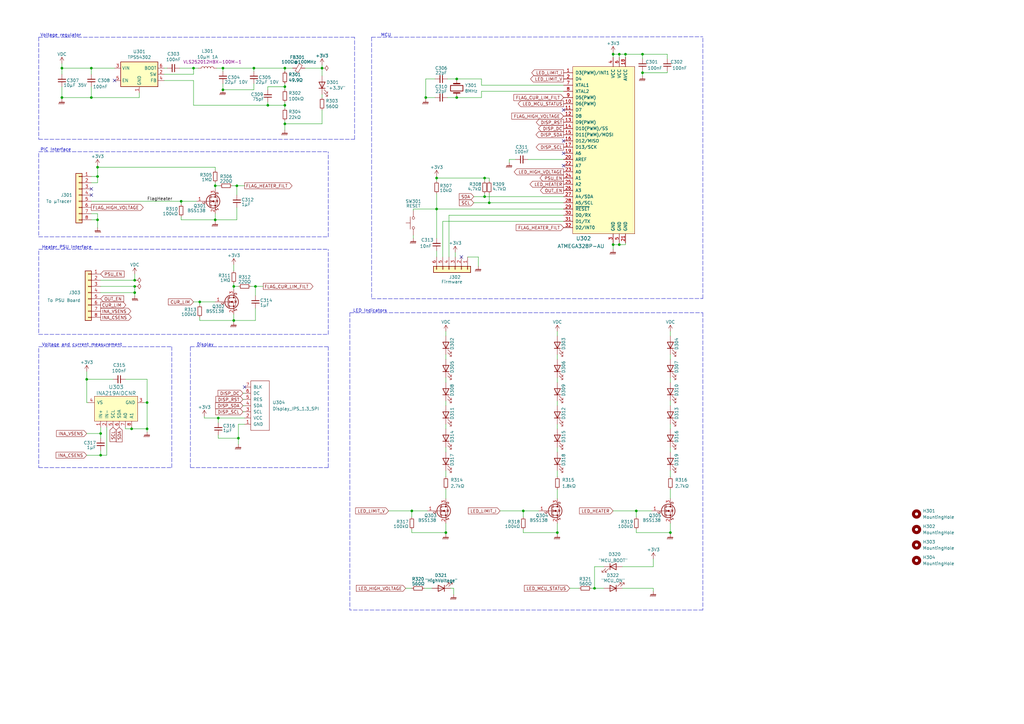
<source format=kicad_sch>
(kicad_sch (version 20211123) (generator eeschema)
  (paper "A3")
  (title_block (title "uTracer Heater - MCU Board") (date "2023-01-11") (company "Retronics - Bjørner Sandom"))
  (junction (at 74.295 82.55))
  (junction (at 260.985 209.55))
  (junction (at 251.46 100.33))
  (junction (at 179.07 85.725))
  (junction (at 91.44 27.94))
  (junction (at 256.54 22.225))
  (junction (at 214.63 209.55))
  (junction (at 116.84 43.18))
  (junction (at 41.275 177.8))
  (junction (at 97.79 179.705))
  (junction (at 91.44 36.83))
  (junction (at 40.005 72.39))
  (junction (at 41.275 186.69))
  (junction (at 81.915 123.825))
  (junction (at 88.265 90.17))
  (junction (at 182.88 218.44))
  (junction (at 89.535 171.45))
  (junction (at 55.245 117.475))
  (junction (at 97.155 76.2))
  (junction (at 116.84 50.8))
  (junction (at 40.005 90.17))
  (junction (at 251.46 22.225))
  (junction (at 116.84 35.56))
  (junction (at 95.885 131.445))
  (junction (at 40.005 68.58))
  (junction (at 274.955 218.44))
  (junction (at 187.325 40.005))
  (junction (at 95.885 117.475))
  (junction (at 55.245 114.935))
  (junction (at 104.14 27.94))
  (junction (at 254 100.33))
  (junction (at 37.465 40.005))
  (junction (at 25.4 27.94))
  (junction (at 179.07 73.025))
  (junction (at 200.66 83.185))
  (junction (at 132.08 27.94))
  (junction (at 198.755 80.645))
  (junction (at 168.91 209.55))
  (junction (at 174.625 40.005))
  (junction (at 254 22.225))
  (junction (at 263.525 22.225))
  (junction (at 60.325 175.895))
  (junction (at 53.975 175.895))
  (junction (at 25.4 40.005))
  (junction (at 198.755 73.025))
  (junction (at 104.775 117.475))
  (junction (at 116.84 27.94))
  (junction (at 35.56 155.575))
  (junction (at 109.855 43.18))
  (junction (at 60.325 165.1))
  (junction (at 37.465 27.94))
  (junction (at 79.375 27.94))
  (junction (at 228.6 218.44))
  (junction (at 88.265 76.2))
  (junction (at 263.525 29.845))
  (junction (at 187.325 32.385))
  (junction (at 55.245 120.015))
  (junction (at 243.84 241.3))
  (no_connect (at 189.23 105.41))
  (no_connect (at 231.14 62.865))
  (no_connect (at 231.14 57.785))
  (no_connect (at 231.14 67.945))
  (no_connect (at 37.465 80.01))
  (no_connect (at 46.99 33.02))
  (no_connect (at 37.465 77.47))
  (no_connect (at 231.14 45.085))
  (no_connect (at 100.33 158.75))
  (wire (pts (xy 109.855 43.18) (xy 79.375 43.18)))
  (wire (pts (xy 40.005 67.945) (xy 40.005 68.58)))
  (wire (pts (xy 168.91 209.55) (xy 175.26 209.55)))
  (wire (pts (xy 274.955 173.99) (xy 274.955 175.895)))
  (wire (pts (xy 25.4 40.005) (xy 25.4 40.64)))
  (wire (pts (xy 197.485 32.385) (xy 197.485 34.925)))
  (wire (pts (xy 182.88 193.04) (xy 182.88 195.58)))
  (wire (pts (xy 166.37 241.3) (xy 168.91 241.3)))
  (wire (pts (xy 274.955 218.44) (xy 274.955 219.075)))
  (wire (pts (xy 99.695 168.91) (xy 100.33 168.91)))
  (wire (pts (xy 182.88 154.94) (xy 182.88 156.845)))
  (wire (pts (xy 40.005 72.39) (xy 37.465 72.39)))
  (wire (pts (xy 116.84 27.94) (xy 104.14 27.94)))
  (wire (pts (xy 187.325 40.005) (xy 197.485 40.005)))
  (wire (pts (xy 88.265 76.2) (xy 88.265 77.47)))
  (wire (pts (xy 79.375 43.18) (xy 79.375 33.02)))
  (wire (pts (xy 97.79 179.705) (xy 97.79 173.99)))
  (wire (pts (xy 182.88 200.66) (xy 182.88 204.47)))
  (wire (pts (xy 169.545 86.36) (xy 169.545 85.725)))
  (wire (pts (xy 228.6 214.63) (xy 228.6 218.44)))
  (wire (pts (xy 200.66 79.375) (xy 200.66 83.185)))
  (wire (pts (xy 255.27 241.3) (xy 267.97 241.3)))
  (wire (pts (xy 53.975 175.26) (xy 53.975 175.895)))
  (polyline (pts (xy 15.875 102.87) (xy 15.875 137.16)))
  (wire (pts (xy 109.855 35.56) (xy 116.84 35.56)))
  (wire (pts (xy 169.545 85.725) (xy 179.07 85.725)))
  (wire (pts (xy 104.14 29.21) (xy 104.14 27.94)))
  (wire (pts (xy 104.775 117.475) (xy 107.95 117.475)))
  (polyline (pts (xy 134.62 97.155) (xy 134.62 62.23)))
  (wire (pts (xy 40.005 74.93) (xy 40.005 72.39)))
  (wire (pts (xy 168.91 212.09) (xy 168.91 209.55)))
  (wire (pts (xy 95.885 117.475) (xy 97.79 117.475)))
  (wire (pts (xy 125.095 27.94) (xy 132.08 27.94)))
  (wire (pts (xy 91.44 27.94) (xy 88.9 27.94)))
  (wire (pts (xy 95.885 108.585) (xy 95.885 111.125)))
  (wire (pts (xy 263.525 29.845) (xy 263.525 31.115)))
  (wire (pts (xy 228.6 218.44) (xy 228.6 219.075)))
  (wire (pts (xy 95.885 117.475) (xy 95.885 118.745)))
  (wire (pts (xy 88.265 76.2) (xy 90.17 76.2)))
  (wire (pts (xy 132.08 26.67) (xy 132.08 27.94)))
  (wire (pts (xy 273.685 29.845) (xy 273.685 29.21)))
  (wire (pts (xy 67.31 27.94) (xy 68.58 27.94)))
  (wire (pts (xy 260.985 218.44) (xy 274.955 218.44)))
  (wire (pts (xy 89.535 178.435) (xy 89.535 179.705)))
  (wire (pts (xy 191.77 105.41) (xy 196.215 105.41)))
  (wire (pts (xy 186.055 241.3) (xy 186.055 243.84)))
  (wire (pts (xy 40.005 87.63) (xy 40.005 90.17)))
  (wire (pts (xy 179.07 85.725) (xy 231.14 85.725)))
  (wire (pts (xy 182.88 214.63) (xy 182.88 218.44)))
  (wire (pts (xy 55.245 121.285) (xy 55.245 120.015)))
  (wire (pts (xy 174.625 40.64) (xy 174.625 40.005)))
  (wire (pts (xy 88.265 87.63) (xy 88.265 90.17)))
  (wire (pts (xy 88.265 74.93) (xy 88.265 76.2)))
  (polyline (pts (xy 70.485 191.77) (xy 70.485 142.24)))
  (wire (pts (xy 184.15 105.41) (xy 184.15 88.265)))
  (wire (pts (xy 59.055 165.1) (xy 60.325 165.1)))
  (wire (pts (xy 25.4 27.94) (xy 25.4 30.48)))
  (wire (pts (xy 40.005 93.345) (xy 40.005 90.17)))
  (wire (pts (xy 74.295 90.17) (xy 88.265 90.17)))
  (wire (pts (xy 74.295 88.9) (xy 74.295 90.17)))
  (wire (pts (xy 74.295 82.55) (xy 80.645 82.55)))
  (wire (pts (xy 243.84 232.41) (xy 247.65 232.41)))
  (polyline (pts (xy 143.51 128.27) (xy 288.29 128.27)))
  (polyline (pts (xy 15.875 97.155) (xy 134.62 97.155)))
  (wire (pts (xy 216.535 65.405) (xy 231.14 65.405)))
  (wire (pts (xy 263.525 29.845) (xy 273.685 29.845)))
  (wire (pts (xy 181.61 90.805) (xy 231.14 90.805)))
  (wire (pts (xy 55.245 114.935) (xy 41.275 114.935)))
  (wire (pts (xy 273.685 22.225) (xy 273.685 24.13)))
  (wire (pts (xy 102.87 117.475) (xy 104.775 117.475)))
  (wire (pts (xy 116.84 34.29) (xy 116.84 35.56)))
  (wire (pts (xy 89.535 171.45) (xy 89.535 173.355)))
  (wire (pts (xy 60.325 165.1) (xy 60.325 175.895)))
  (wire (pts (xy 132.08 27.94) (xy 132.08 31.115)))
  (wire (pts (xy 184.785 241.3) (xy 186.055 241.3)))
  (wire (pts (xy 89.535 171.45) (xy 100.33 171.45)))
  (wire (pts (xy 88.265 68.58) (xy 88.265 69.85)))
  (wire (pts (xy 228.6 183.515) (xy 228.6 185.42)))
  (wire (pts (xy 179.07 105.41) (xy 179.07 102.87)))
  (wire (pts (xy 95.885 128.905) (xy 95.885 131.445)))
  (polyline (pts (xy 288.29 250.19) (xy 143.51 250.19)))
  (polyline (pts (xy 134.62 137.16) (xy 134.62 102.235)))
  (wire (pts (xy 116.84 50.8) (xy 132.08 50.8)))
  (wire (pts (xy 37.465 30.48) (xy 37.465 27.94)))
  (wire (pts (xy 37.465 40.005) (xy 57.15 40.005)))
  (wire (pts (xy 37.465 74.93) (xy 40.005 74.93)))
  (wire (pts (xy 274.955 200.66) (xy 274.955 204.47)))
  (wire (pts (xy 97.155 76.2) (xy 100.33 76.2)))
  (wire (pts (xy 251.46 100.33) (xy 251.46 99.695)))
  (wire (pts (xy 37.465 82.55) (xy 74.295 82.55)))
  (wire (pts (xy 116.84 35.56) (xy 116.84 36.83)))
  (wire (pts (xy 174.625 32.385) (xy 178.435 32.385)))
  (wire (pts (xy 51.435 175.895) (xy 51.435 175.26)))
  (wire (pts (xy 256.54 99.695) (xy 256.54 100.33)))
  (wire (pts (xy 83.82 170.815) (xy 83.82 171.45)))
  (wire (pts (xy 89.535 179.705) (xy 97.79 179.705)))
  (wire (pts (xy 104.775 117.475) (xy 104.775 121.285)))
  (polyline (pts (xy 15.875 137.16) (xy 134.62 137.16)))
  (polyline (pts (xy 78.105 142.24) (xy 78.105 191.77)))
  (wire (pts (xy 81.915 123.825) (xy 88.265 123.825)))
  (wire (pts (xy 55.245 120.015) (xy 41.275 120.015)))
  (polyline (pts (xy 288.29 128.27) (xy 288.29 250.19)))
  (wire (pts (xy 79.375 30.48) (xy 79.375 27.94)))
  (wire (pts (xy 97.155 90.17) (xy 97.155 85.09)))
  (polyline (pts (xy 152.4 122.555) (xy 288.29 122.428)))
  (polyline (pts (xy 152.4 15.24) (xy 152.4 122.555)))
  (wire (pts (xy 256.54 22.225) (xy 256.54 23.495)))
  (polyline (pts (xy 15.875 142.875) (xy 15.875 191.77)))
  (wire (pts (xy 263.525 22.225) (xy 273.685 22.225)))
  (polyline (pts (xy 15.875 57.15) (xy 145.415 57.15)))
  (wire (pts (xy 182.88 173.99) (xy 182.88 175.895)))
  (wire (pts (xy 198.755 73.025) (xy 200.66 73.025)))
  (wire (pts (xy 182.88 145.415) (xy 182.88 147.32)))
  (wire (pts (xy 104.775 131.445) (xy 104.775 126.365)))
  (wire (pts (xy 35.56 186.69) (xy 41.275 186.69)))
  (wire (pts (xy 184.15 88.265) (xy 231.14 88.265)))
  (wire (pts (xy 97.155 76.2) (xy 97.155 80.01)))
  (polyline (pts (xy 15.875 15.24) (xy 145.415 15.24)))
  (wire (pts (xy 228.6 135.89) (xy 228.6 137.795)))
  (wire (pts (xy 116.84 43.18) (xy 116.84 44.45)))
  (wire (pts (xy 267.97 232.41) (xy 267.97 229.235)))
  (wire (pts (xy 109.855 36.83) (xy 109.855 35.56)))
  (wire (pts (xy 51.435 155.575) (xy 60.325 155.575)))
  (wire (pts (xy 233.68 241.3) (xy 237.49 241.3)))
  (wire (pts (xy 37.465 40.005) (xy 25.4 40.005)))
  (wire (pts (xy 274.955 154.94) (xy 274.955 156.845)))
  (wire (pts (xy 109.855 41.91) (xy 109.855 43.18)))
  (polyline (pts (xy 143.51 128.27) (xy 143.51 250.19)))
  (wire (pts (xy 260.985 217.17) (xy 260.985 218.44)))
  (polyline (pts (xy 152.4 15.24) (xy 288.29 15.113)))
  (wire (pts (xy 179.07 73.025) (xy 179.07 74.295)))
  (wire (pts (xy 95.25 76.2) (xy 97.155 76.2)))
  (wire (pts (xy 60.325 175.895) (xy 60.325 177.165)))
  (wire (pts (xy 228.6 193.04) (xy 228.6 195.58)))
  (wire (pts (xy 211.455 65.405) (xy 208.915 65.405)))
  (wire (pts (xy 37.465 27.94) (xy 25.4 27.94)))
  (wire (pts (xy 243.84 241.3) (xy 247.65 241.3)))
  (wire (pts (xy 196.215 105.41) (xy 196.215 109.22)))
  (wire (pts (xy 95.885 116.205) (xy 95.885 117.475)))
  (wire (pts (xy 169.545 96.52) (xy 169.545 97.79)))
  (wire (pts (xy 99.695 166.37) (xy 100.33 166.37)))
  (wire (pts (xy 40.005 68.58) (xy 40.005 72.39)))
  (wire (pts (xy 214.63 217.17) (xy 214.63 218.44)))
  (wire (pts (xy 256.54 100.33) (xy 254 100.33)))
  (wire (pts (xy 267.97 242.57) (xy 267.97 241.3)))
  (wire (pts (xy 168.91 218.44) (xy 182.88 218.44)))
  (wire (pts (xy 40.005 68.58) (xy 88.265 68.58)))
  (wire (pts (xy 88.265 90.17) (xy 97.155 90.17)))
  (polyline (pts (xy 15.875 15.24) (xy 15.875 57.15)))
  (wire (pts (xy 228.6 200.66) (xy 228.6 204.47)))
  (wire (pts (xy 179.07 73.025) (xy 198.755 73.025)))
  (wire (pts (xy 173.99 241.3) (xy 177.165 241.3)))
  (wire (pts (xy 228.6 154.94) (xy 228.6 156.845)))
  (wire (pts (xy 263.525 29.21) (xy 263.525 29.845)))
  (wire (pts (xy 46.355 155.575) (xy 35.56 155.575)))
  (wire (pts (xy 260.985 212.09) (xy 260.985 209.55)))
  (wire (pts (xy 116.84 27.94) (xy 120.015 27.94)))
  (wire (pts (xy 25.4 35.56) (xy 25.4 40.005)))
  (wire (pts (xy 159.385 209.55) (xy 168.91 209.55)))
  (wire (pts (xy 99.695 161.29) (xy 100.33 161.29)))
  (wire (pts (xy 91.44 36.83) (xy 91.44 34.29)))
  (wire (pts (xy 109.855 43.18) (xy 116.84 43.18)))
  (polyline (pts (xy 15.875 62.23) (xy 134.62 62.23)))
  (wire (pts (xy 214.63 209.55) (xy 220.98 209.55)))
  (wire (pts (xy 53.975 175.895) (xy 51.435 175.895)))
  (wire (pts (xy 104.14 27.94) (xy 91.44 27.94)))
  (wire (pts (xy 181.61 105.41) (xy 181.61 90.805)))
  (wire (pts (xy 41.275 177.8) (xy 41.275 175.26)))
  (polyline (pts (xy 15.875 102.235) (xy 134.62 102.235)))
  (wire (pts (xy 73.66 27.94) (xy 79.375 27.94)))
  (wire (pts (xy 260.985 209.55) (xy 267.335 209.55)))
  (wire (pts (xy 274.955 135.89) (xy 274.955 137.795)))
  (wire (pts (xy 41.275 186.69) (xy 43.815 186.69)))
  (wire (pts (xy 200.66 83.185) (xy 231.14 83.185)))
  (wire (pts (xy 274.955 145.415) (xy 274.955 147.32)))
  (wire (pts (xy 46.99 27.94) (xy 37.465 27.94)))
  (polyline (pts (xy 78.105 191.77) (xy 134.62 191.77)))
  (wire (pts (xy 55.245 112.395) (xy 55.245 114.935)))
  (wire (pts (xy 263.525 22.225) (xy 263.525 24.13)))
  (wire (pts (xy 198.755 80.645) (xy 231.14 80.645)))
  (wire (pts (xy 208.915 65.405) (xy 208.915 66.675)))
  (wire (pts (xy 83.82 171.45) (xy 89.535 171.45)))
  (wire (pts (xy 198.755 79.375) (xy 198.755 80.645)))
  (wire (pts (xy 53.975 175.895) (xy 60.325 175.895)))
  (wire (pts (xy 251.46 22.225) (xy 251.46 23.495)))
  (wire (pts (xy 57.15 40.005) (xy 57.15 38.1)))
  (wire (pts (xy 194.31 80.645) (xy 198.755 80.645)))
  (wire (pts (xy 88.265 90.17) (xy 88.265 90.805)))
  (wire (pts (xy 91.44 29.21) (xy 91.44 27.94)))
  (wire (pts (xy 95.885 131.445) (xy 95.885 132.08)))
  (wire (pts (xy 182.88 164.465) (xy 182.88 166.37)))
  (wire (pts (xy 228.6 145.415) (xy 228.6 147.32)))
  (wire (pts (xy 116.84 29.21) (xy 116.84 27.94)))
  (wire (pts (xy 274.955 183.515) (xy 274.955 185.42)))
  (wire (pts (xy 183.515 40.005) (xy 187.325 40.005)))
  (wire (pts (xy 274.955 193.04) (xy 274.955 195.58)))
  (wire (pts (xy 198.755 73.025) (xy 198.755 74.295)))
  (wire (pts (xy 254 99.695) (xy 254 100.33)))
  (wire (pts (xy 251.46 209.55) (xy 260.985 209.55)))
  (wire (pts (xy 116.84 50.8) (xy 116.84 53.34)))
  (wire (pts (xy 187.325 32.385) (xy 197.485 32.385)))
  (wire (pts (xy 116.84 49.53) (xy 116.84 50.8)))
  (wire (pts (xy 35.56 152.4) (xy 35.56 155.575)))
  (wire (pts (xy 55.245 117.475) (xy 41.275 117.475)))
  (wire (pts (xy 81.915 130.175) (xy 81.915 131.445)))
  (wire (pts (xy 25.4 26.035) (xy 25.4 27.94)))
  (wire (pts (xy 41.275 184.785) (xy 41.275 186.69)))
  (wire (pts (xy 174.625 40.005) (xy 174.625 32.385)))
  (wire (pts (xy 183.515 32.385) (xy 187.325 32.385)))
  (wire (pts (xy 81.915 123.825) (xy 81.915 125.095)))
  (wire (pts (xy 74.295 82.55) (xy 74.295 83.82)))
  (wire (pts (xy 179.07 97.79) (xy 179.07 85.725)))
  (wire (pts (xy 205.105 209.55) (xy 214.63 209.55)))
  (wire (pts (xy 256.54 22.225) (xy 263.525 22.225)))
  (wire (pts (xy 243.84 241.3) (xy 243.84 232.41)))
  (wire (pts (xy 132.08 38.735) (xy 132.08 40.005)))
  (wire (pts (xy 35.56 155.575) (xy 35.56 165.1)))
  (wire (pts (xy 228.6 164.465) (xy 228.6 166.37)))
  (wire (pts (xy 179.07 79.375) (xy 179.07 85.725)))
  (polyline (pts (xy 15.875 191.77) (xy 70.485 191.77)))
  (wire (pts (xy 79.375 27.94) (xy 81.28 27.94)))
  (wire (pts (xy 104.14 36.83) (xy 91.44 36.83)))
  (wire (pts (xy 178.435 40.005) (xy 174.625 40.005)))
  (wire (pts (xy 41.275 177.8) (xy 41.275 179.705)))
  (wire (pts (xy 254 22.225) (xy 254 23.495)))
  (wire (pts (xy 168.91 217.17) (xy 168.91 218.44)))
  (wire (pts (xy 81.915 131.445) (xy 95.885 131.445)))
  (wire (pts (xy 37.465 35.56) (xy 37.465 40.005)))
  (wire (pts (xy 97.79 182.245) (xy 97.79 179.705)))
  (wire (pts (xy 251.46 100.33) (xy 251.46 102.235)))
  (wire (pts (xy 194.31 83.185) (xy 200.66 83.185)))
  (wire (pts (xy 254 22.225) (xy 256.54 22.225)))
  (wire (pts (xy 251.46 22.225) (xy 254 22.225)))
  (wire (pts (xy 79.375 123.825) (xy 81.915 123.825)))
  (wire (pts (xy 214.63 218.44) (xy 228.6 218.44)))
  (wire (pts (xy 179.07 72.39) (xy 179.07 73.025)))
  (wire (pts (xy 97.79 173.99) (xy 100.33 173.99)))
  (wire (pts (xy 60.325 155.575) (xy 60.325 165.1)))
  (wire (pts (xy 251.46 21.59) (xy 251.46 22.225)))
  (wire (pts (xy 182.88 135.89) (xy 182.88 137.795)))
  (polyline (pts (xy 15.875 142.24) (xy 70.485 142.24)))
  (wire (pts (xy 274.955 214.63) (xy 274.955 218.44)))
  (wire (pts (xy 99.695 163.83) (xy 100.33 163.83)))
  (wire (pts (xy 37.465 87.63) (xy 40.005 87.63)))
  (wire (pts (xy 104.14 34.29) (xy 104.14 36.83)))
  (wire (pts (xy 40.005 90.17) (xy 37.465 90.17)))
  (wire (pts (xy 200.66 73.025) (xy 200.66 74.295)))
  (polyline (pts (xy 134.62 191.77) (xy 134.62 142.24)))
  (wire (pts (xy 95.885 131.445) (xy 104.775 131.445)))
  (wire (pts (xy 186.69 103.505) (xy 186.69 105.41)))
  (wire (pts (xy 197.485 34.925) (xy 231.14 34.925)))
  (wire (pts (xy 214.63 212.09) (xy 214.63 209.55)))
  (wire (pts (xy 79.375 33.02) (xy 67.31 33.02)))
  (wire (pts (xy 197.485 37.465) (xy 197.485 40.005)))
  (wire (pts (xy 274.955 164.465) (xy 274.955 166.37)))
  (wire (pts (xy 182.88 183.515) (xy 182.88 185.42)))
  (wire (pts (xy 242.57 241.3) (xy 243.84 241.3)))
  (wire (pts (xy 35.56 177.8) (xy 41.275 177.8)))
  (wire (pts (xy 43.815 175.26) (xy 43.815 186.69)))
  (polyline (pts (xy 78.105 142.24) (xy 134.62 142.24)))
  (wire (pts (xy 35.56 165.1) (xy 36.195 165.1)))
  (wire (pts (xy 255.27 232.41) (xy 267.97 232.41)))
  (wire (pts (xy 67.31 30.48) (xy 79.375 30.48)))
  (wire (pts (xy 116.84 41.91) (xy 116.84 43.18)))
  (polyline (pts (xy 15.875 62.865) (xy 15.875 97.155)))
  (wire (pts (xy 231.14 37.465) (xy 197.485 37.465)))
  (wire (pts (xy 182.88 218.44) (xy 182.88 219.075)))
  (wire (pts (xy 254 100.33) (xy 251.46 100.33)))
  (polyline (pts (xy 145.415 57.15) (xy 145.415 15.24)))
  (polyline (pts (xy 288.29 122.428) (xy 288.29 15.113)))
  (wire (pts (xy 228.6 173.99) (xy 228.6 175.895)))
  (wire (pts (xy 132.08 45.085) (xy 132.08 50.8)))
  (wire (pts (xy 55.245 117.475) (xy 55.245 120.015)))
  (text "Voltage regulator" (at 16.51 15.24 0) (effects (font (size 1.27 1.27)) (justify left bottom)))
  (text "Heater PSU Interface" (at 17.145 102.235 0) (effects (font (size 1.27 1.27)) (justify left bottom)))
  (text "Display" (at 80.645 142.24 0) (effects (font (size 1.27 1.27)) (justify left bottom)))
  (text "PIC Interface" (at 16.51 62.23 0) (effects (font (size 1.27 1.27)) (justify left bottom)))
  (text "LED Indicators" (at 144.78 128.27 0) (effects (font (size 1.27 1.27)) (justify left bottom)))
  (text "MCU" (at 156.21 15.24 0) (effects (font (size 1.27 1.27)) (justify left bottom)))
  (text "Voltage and current measurement" (at 17.145 142.24 0) (effects (font (size 1.27 1.27)) (justify left bottom)))
  (label "FlagHeater" (at 60.325 82.55 0))
  (global_label "LED_LIMIT_V" (shape input) (at 159.385 209.55 180) (property "Intersheet References" "${INTERSHEET_REFS}" (effects hide)))
  (global_label "FLAG_HEATER_FILT" (shape input) (at 231.14 93.345 180) (property "Intersheet References" "${INTERSHEET_REFS}" (effects hide)))
  (global_label "DISP_SDA" (shape output) (at 231.14 55.245 180) (property "Intersheet References" "${INTERSHEET_REFS}" (effects hide)))
  (global_label "INA_CSENS" (shape input) (at 35.56 186.69 180) (property "Intersheet References" "${INTERSHEET_REFS}" (effects hide)))
  (global_label "LED_LIMIT_I" (shape output) (at 231.14 29.845 180) (property "Intersheet References" "${INTERSHEET_REFS}" (effects hide)))
  (global_label "OUT_EN" (shape output) (at 231.14 78.105 180) (property "Intersheet References" "${INTERSHEET_REFS}" (effects hide)))
  (global_label "INA_CSENS" (shape output) (at 41.275 130.175 0) (property "Intersheet References" "${INTERSHEET_REFS}" (effects hide)))
  (global_label "OUT_EN" (shape input) (at 41.275 122.555 0) (property "Intersheet References" "${INTERSHEET_REFS}" (effects hide)))
  (global_label "LED_MCU_STATUS" (shape input) (at 233.68 241.3 180) (property "Intersheet References" "${INTERSHEET_REFS}" (effects hide)))
  (global_label "SDA" (shape input) (at 194.31 80.645 180) (property "Intersheet References" "${INTERSHEET_REFS}" (effects hide)))
  (global_label "DISP_SCL" (shape output) (at 231.14 60.325 180) (property "Intersheet References" "${INTERSHEET_REFS}" (effects hide)))
  (global_label "PSU_EN" (shape input) (at 41.275 112.395 0) (property "Intersheet References" "${INTERSHEET_REFS}" (effects hide)))
  (global_label "INA_VSENS" (shape output) (at 41.275 127.635 0) (property "Intersheet References" "${INTERSHEET_REFS}" (effects hide)))
  (global_label "LED_LIMIT_I" (shape input) (at 205.105 209.55 180) (property "Intersheet References" "${INTERSHEET_REFS}" (effects hide)))
  (global_label "DISP_SDA" (shape input) (at 99.695 166.37 180) (property "Intersheet References" "${INTERSHEET_REFS}" (effects hide)))
  (global_label "LED_HEATER" (shape output) (at 231.14 75.565 180) (property "Intersheet References" "${INTERSHEET_REFS}" (effects hide)))
  (global_label "FLAG_HEATER_FILT" (shape output) (at 100.33 76.2 0) (property "Intersheet References" "${INTERSHEET_REFS}" (effects hide)))
  (global_label "DISP_DC" (shape output) (at 231.14 52.705 180) (property "Intersheet References" "${INTERSHEET_REFS}" (effects hide)))
  (global_label "CUR_LIM" (shape output) (at 41.275 125.095 0) (property "Intersheet References" "${INTERSHEET_REFS}" (effects hide)))
  (global_label "LED_MCU_STATUS" (shape output) (at 231.14 42.545 180) (property "Intersheet References" "${INTERSHEET_REFS}" (effects hide)))
  (global_label "FLAG_CUR_LIM_FILT" (shape output) (at 107.95 117.475 0) (property "Intersheet References" "${INTERSHEET_REFS}" (effects hide)))
  (global_label "FLAG_CUR_LIM_FILT" (shape input) (at 231.14 40.005 180) (property "Intersheet References" "${INTERSHEET_REFS}" (effects hide)))
  (global_label "LED_HIGH_VOLTAGE" (shape output) (at 231.14 70.485 180) (property "Intersheet References" "${INTERSHEET_REFS}" (effects hide)))
  (global_label "FLAG_HIGH_VOLTAGE" (shape output) (at 37.465 85.09 0) (property "Intersheet References" "${INTERSHEET_REFS}" (effects hide)))
  (global_label "DISP_RST" (shape output) (at 231.14 50.165 180) (property "Intersheet References" "${INTERSHEET_REFS}" (effects hide)))
  (global_label "DISP_RST" (shape input) (at 99.695 163.83 180) (property "Intersheet References" "${INTERSHEET_REFS}" (effects hide)))
  (global_label "DISP_DC" (shape input) (at 99.695 161.29 180) (property "Intersheet References" "${INTERSHEET_REFS}" (effects hide)))
  (global_label "LED_HEATER" (shape input) (at 251.46 209.55 180) (property "Intersheet References" "${INTERSHEET_REFS}" (effects hide)))
  (global_label "PSU_EN" (shape output) (at 231.14 73.025 180) (property "Intersheet References" "${INTERSHEET_REFS}" (effects hide)))
  (global_label "CUR_LIM" (shape input) (at 79.375 123.825 180) (property "Intersheet References" "${INTERSHEET_REFS}" (effects hide)))
  (global_label "LED_HIGH_VOLTAGE" (shape input) (at 166.37 241.3 180) (property "Intersheet References" "${INTERSHEET_REFS}" (effects hide)))
  (global_label "FLAG_HIGH_VOLTAGE" (shape input) (at 231.14 47.625 180) (property "Intersheet References" "${INTERSHEET_REFS}" (effects hide)))
  (global_label "DISP_SCL" (shape input) (at 99.695 168.91 180) (property "Intersheet References" "${INTERSHEET_REFS}" (effects hide)))
  (global_label "SCL" (shape input) (at 194.31 83.185 180) (property "Intersheet References" "${INTERSHEET_REFS}" (effects hide)))
  (global_label "SCL" (shape input) (at 46.355 175.26 270) (property "Intersheet References" "${INTERSHEET_REFS}" (effects hide)))
  (global_label "SDA" (shape input) (at 48.895 175.26 270) (property "Intersheet References" "${INTERSHEET_REFS}" (effects hide)))
  (global_label "INA_VSENS" (shape input) (at 35.56 177.8 180) (property "Intersheet References" "${INTERSHEET_REFS}" (effects hide)))
  (global_label "LED_LIMIT_V" (shape output) (at 231.14 32.385 180) (property "Intersheet References" "${INTERSHEET_REFS}" (effects hide)))
  (symbol (lib_id "power:GNDPWR") (at 25.4 40.64 0) (unit 1)
    (property "Reference" "#PWR0306" (effects hide))
    (property "Value" "GNDPWR" (effects hide))
  )
  (symbol (lib_id "Device:C_Small") (at 41.275 182.245 180) (unit 1)
    (property "Reference" "C317" (at 34.29 181.61 0) (effects (justify right)))
    (property "Value" "1µF" (at 35.56 183.515 0) (effects (justify right)))
    (property "Footprint" "Capacitor_SMD:C_0603_1608Metric_Pad1.08x0.95mm_HandSolder" (effects hide))
  )
  (symbol (lib_id "Device:LED") (at 182.88 141.605 90) (unit 1)
    (property "Reference" "D302" (at 185.42 140.97 0))
    (property "Value" "\"Voltage limit\"" (effects hide))
    (property "Footprint" "LED_SMD:LED_0603_1608Metric_Pad1.05x0.95mm_HandSolder" (effects hide))
  )
  (symbol (lib_id "Device:R_Small") (at 88.265 72.39 0) (unit 1)
    (property "Reference" "R305" (at 86.995 71.755 0) (effects (justify right)))
    (property "Value" "1MΩ" (at 86.995 73.66 0) (effects (justify right)))
    (property "Footprint" "Resistor_SMD:R_0603_1608Metric_Pad0.98x0.95mm_HandSolder" (effects hide))
  )
  (symbol (lib_id "power:GNDPWR") (at 55.245 121.285 0) (mirror y) (unit 1)
    (property "Reference" "#PWR0320" (effects hide))
    (property "Value" "GNDPWR" (effects hide))
  )
  (symbol (lib_id "myDevices:BSS138") (at 93.345 123.825 0) (unit 1)
    (property "Reference" "Q302" (at 86.995 125.73 0) (effects (justify left)))
    (property "Value" "BSS138" (at 84.455 127.635 0) (effects (justify left)))
    (property "Footprint" "Package_TO_SOT_SMD:SOT-23" (effects hide))
    (property "Datasheet" "https://www.fairchildsemi.com/datasheets/BS/BSS138.pdf" (effects hide))
  )
  (symbol (lib_id "power:+3.3V") (at 179.07 72.39 0) (unit 1)
    (property "Reference" "#PWR0311" (effects hide))
    (property "Value" "+3.3V" (at 179.07 68.58 0))
  )
  (symbol (lib_id "Device:LED") (at 274.955 151.13 90) (unit 1)
    (property "Reference" "D307" (at 277.495 150.495 0))
    (property "Value" "\"Heater\"" (effects hide))
    (property "Footprint" "LED_SMD:LED_0603_1608Metric_Pad1.05x0.95mm_HandSolder" (effects hide))
  )
  (symbol (lib_id "Device:C_Small") (at 179.07 100.33 180) (unit 1)
    (property "Reference" "C313" (at 175.26 98.425 0))
    (property "Value" "10nF" (at 174.625 100.965 0))
    (property "Footprint" "Capacitor_SMD:C_0603_1608Metric_Pad1.08x0.95mm_HandSolder" (effects hide))
  )
  (symbol (lib_id "Device:LED") (at 182.88 179.705 90) (unit 1)
    (property "Reference" "D314" (at 185.42 179.07 0))
    (property "Value" "\"Voltage limit\"" (effects hide))
    (property "Footprint" "LED_SMD:LED_0603_1608Metric_Pad1.05x0.95mm_HandSolder" (effects hide))
  )
  (symbol (lib_id "Device:LED") (at 228.6 179.705 90) (unit 1)
    (property "Reference" "D315" (at 231.14 179.07 0))
    (property "Value" "\"Current limit\"" (effects hide))
    (property "Footprint" "LED_SMD:LED_0603_1608Metric_Pad1.05x0.95mm_HandSolder" (effects hide))
  )
  (symbol (lib_id "Device:C_Small") (at 37.465 33.02 180) (unit 1)
    (property "Reference" "C308" (at 40.005 33.02 0) (effects (justify right)))
    (property "Value" "100nF" (at 38.1 35.56 0) (effects (justify right)))
    (property "Footprint" "Capacitor_SMD:C_0603_1608Metric_Pad1.08x0.95mm_HandSolder" (effects hide))
  )
  (symbol (lib_id "Device:LED") (at 182.88 151.13 90) (unit 1)
    (property "Reference" "D305" (at 185.42 150.495 0))
    (property "Value" "\"Voltage limit\"" (effects hide))
    (property "Footprint" "LED_SMD:LED_0603_1608Metric_Pad1.05x0.95mm_HandSolder" (effects hide))
  )
  (symbol (lib_id "power:VDC") (at 274.955 135.89 0) (unit 1)
    (property "Reference" "#PWR0324" (effects hide))
    (property "Value" "VDC" (at 274.955 132.08 0))
  )
  (symbol (lib_id "power:VDC") (at 228.6 135.89 0) (unit 1)
    (property "Reference" "#PWR0323" (effects hide))
    (property "Value" "VDC" (at 228.6 132.08 0))
  )
  (symbol (lib_id "power:+3.3V") (at 83.82 170.815 0) (unit 1)
    (property "Reference" "#PWR0326" (effects hide))
    (property "Value" "+3.3V" (at 83.82 167.005 0))
  )
  (symbol (lib_id "Device:C_Small") (at 213.995 65.405 90) (unit 1)
    (property "Reference" "C311" (at 213.995 60.325 90))
    (property "Value" "100nF" (at 213.995 62.23 90))
    (property "Footprint" "Capacitor_SMD:C_0603_1608Metric_Pad1.08x0.95mm_HandSolder" (effects hide))
  )
  (symbol (lib_id "power:+3.3V") (at 251.46 21.59 0) (unit 1)
    (property "Reference" "#PWR0301" (effects hide))
    (property "Value" "+3.3V" (at 251.46 17.78 0))
  )
  (symbol (lib_id "power:+3.3V") (at 95.885 108.585 0) (unit 1)
    (property "Reference" "#PWR0317" (effects hide))
    (property "Value" "+3.3V" (at 95.885 104.775 0))
  )
  (symbol (lib_id "Device:LED") (at 274.955 179.705 90) (unit 1)
    (property "Reference" "D316" (at 277.495 179.07 0))
    (property "Value" "\"Heater\"" (effects hide))
    (property "Footprint" "LED_SMD:LED_0603_1608Metric_Pad1.05x0.95mm_HandSolder" (effects hide))
  )
  (symbol (lib_id "Device:C_Small") (at 48.895 155.575 270) (unit 1)
    (property "Reference" "C315" (at 48.895 149.7584 90))
    (property "Value" "100nF" (at 48.895 152.0698 90))
    (property "Footprint" "Capacitor_SMD:C_0603_1608Metric_Pad1.08x0.95mm_HandSolder" (effects hide))
  )
  (symbol (lib_id "power:GNDPWR") (at 95.885 132.08 0) (unit 1)
    (property "Reference" "#PWR0321" (effects hide))
    (property "Value" "GNDPWR" (effects hide))
  )
  (symbol (lib_id "Device:FerriteBead_Small") (at 122.555 27.94 90) (unit 1)
    (property "Reference" "FB301" (at 121.92 23.495 90))
    (property "Value" "100Ω@100MHz" (at 122.555 25.4 90))
    (property "Footprint" "Inductor_SMD:L_0603_1608Metric_Pad1.05x0.95mm_HandSolder" (effects hide))
  )
  (symbol (lib_id "Mechanical:MountingHole") (at 375.92 217.17 0) (unit 1)
    (property "Reference" "H302" (at 378.46 215.8999 0) (effects (justify left)))
    (property "Value" "MountingHole" (at 378.46 218.4399 0) (effects (justify left)))
    (property "Footprint" "MountingHole:MountingHole_3.2mm_M3" (effects hide))
  )
  (symbol (lib_id "Connector_Generic:Conn_01x06") (at 186.69 110.49 270) (unit 1)
    (property "Reference" "J302" (at 184.15 113.665 90) (effects (justify left)))
    (property "Value" "Firmware" (at 180.975 115.57 90) (effects (justify left)))
    (property "Footprint" "Connector_PinHeader_2.54mm:PinHeader_1x06_P2.54mm_Vertical" (effects hide))
  )
  (symbol (lib_id "power:PWR_FLAG") (at 132.08 27.94 270) (unit 1)
    (property "Reference" "#FLG0301" (effects hide))
    (property "Value" "PWR_FLAG" (effects hide))
  )
  (symbol (lib_id "Device:LED") (at 274.955 189.23 90) (unit 1)
    (property "Reference" "D319" (at 277.495 188.595 0))
    (property "Value" "\"Heater\"" (effects hide))
    (property "Footprint" "LED_SMD:LED_0603_1608Metric_Pad1.05x0.95mm_HandSolder" (effects hide))
  )
  (symbol (lib_id "Device:LED") (at 274.955 141.605 90) (unit 1)
    (property "Reference" "D304" (at 277.495 140.97 0))
    (property "Value" "\"Heater\"" (effects hide))
    (property "Footprint" "LED_SMD:LED_0603_1608Metric_Pad1.05x0.95mm_HandSolder" (effects hide))
  )
  (symbol (lib_id "power:+3.3V") (at 40.005 67.945 0) (mirror y) (unit 1)
    (property "Reference" "#PWR0310" (effects hide))
    (property "Value" "+3.3V" (at 40.005 64.135 0))
  )
  (symbol (lib_id "Device:LED") (at 182.88 160.655 90) (unit 1)
    (property "Reference" "D308" (at 185.42 160.02 0))
    (property "Value" "\"Voltage limit\"" (effects hide))
    (property "Footprint" "LED_SMD:LED_0603_1608Metric_Pad1.05x0.95mm_HandSolder" (effects hide))
  )
  (symbol (lib_id "myDevices:ATMEGA328P-AU_Arduino") (at 243.84 62.865 0) (unit 1)
    (property "Reference" "U302" (at 236.22 97.79 0) (effects (font (size 1.524 1.524)) (justify left)))
    (property "Value" "ATMEGA328P-AU" (at 228.6 100.965 0) (effects (font (size 1.524 1.524)) (justify left)))
    (property "Footprint" "digikey-footprints:TQFP-32_7x7mm" (effects hide))
  )
  (symbol (lib_id "Device:R_Small") (at 198.755 76.835 180) (unit 1)
    (property "Reference" "R308" (at 192.405 75.565 0) (effects (justify right)))
    (property "Value" "4.7kΩ" (at 191.77 77.47 0) (effects (justify right)))
    (property "Footprint" "Resistor_SMD:R_0603_1608Metric_Pad0.98x0.95mm_HandSolder" (effects hide))
  )
  (symbol (lib_id "power:VDC") (at 55.245 112.395 0) (unit 1)
    (property "Reference" "#PWR0319" (effects hide))
    (property "Value" "VDC" (at 55.245 108.585 0))
  )
  (symbol (lib_id "Device:C_Small") (at 97.155 82.55 0) (mirror x) (unit 1)
    (property "Reference" "C312" (at 104.14 81.915 0) (effects (justify right)))
    (property "Value" "1µF" (at 102.87 83.82 0) (effects (justify right)))
    (property "Footprint" "Capacitor_SMD:C_0603_1608Metric_Pad1.08x0.95mm_HandSolder" (effects hide))
  )
  (symbol (lib_id "Mechanical:MountingHole") (at 375.92 210.82 0) (unit 1)
    (property "Reference" "H301" (at 378.46 209.5499 0) (effects (justify left)))
    (property "Value" "MountingHole" (at 378.46 212.0899 0) (effects (justify left)))
    (property "Footprint" "MountingHole:MountingHole_3.2mm_M3" (effects hide))
  )
  (symbol (lib_id "Device:R_Small") (at 132.08 42.545 0) (unit 1)
    (property "Reference" "R303" (at 133.5786 41.3766 0) (effects (justify left)))
    (property "Value" "560Ω" (at 133.5786 43.688 0) (effects (justify left)))
    (property "Footprint" "Resistor_SMD:R_0603_1608Metric_Pad0.98x0.95mm_HandSolder" (effects hide))
  )
  (symbol (lib_id "myDevices:BSS138") (at 180.34 209.55 0) (unit 1)
    (property "Reference" "Q303" (at 173.99 211.455 0) (effects (justify left)))
    (property "Value" "BSS138" (at 171.45 213.36 0) (effects (justify left)))
    (property "Footprint" "Package_TO_SOT_SMD:SOT-23" (effects hide))
    (property "Datasheet" "https://www.fairchildsemi.com/datasheets/BS/BSS138.pdf" (effects hide))
  )
  (symbol (lib_id "Device:R_Small") (at 214.63 214.63 0) (unit 1)
    (property "Reference" "R318" (at 213.36 213.995 0) (effects (justify right)))
    (property "Value" "100kΩ" (at 213.36 215.9 0) (effects (justify right)))
    (property "Footprint" "Resistor_SMD:R_0603_1608Metric_Pad0.98x0.95mm_HandSolder" (effects hide))
  )
  (symbol (lib_id "Device:LED") (at 228.6 151.13 90) (unit 1)
    (property "Reference" "D306" (at 231.14 150.495 0))
    (property "Value" "\"Current limit\"" (effects hide))
    (property "Footprint" "LED_SMD:LED_0603_1608Metric_Pad1.05x0.95mm_HandSolder" (effects hide))
  )
  (symbol (lib_id "Mechanical:MountingHole") (at 375.92 229.87 0) (unit 1)
    (property "Reference" "H304" (at 378.46 228.5999 0) (effects (justify left)))
    (property "Value" "MountingHole" (at 378.46 231.1399 0) (effects (justify left)))
    (property "Footprint" "MountingHole:MountingHole_3.2mm_M3" (effects hide))
  )
  (symbol (lib_id "Device:LED") (at 182.88 189.23 90) (unit 1)
    (property "Reference" "D317" (at 185.42 188.595 0))
    (property "Value" "\"Voltage limit\"" (effects hide))
    (property "Footprint" "LED_SMD:LED_0603_1608Metric_Pad1.05x0.95mm_HandSolder" (effects hide))
  )
  (symbol (lib_id "myDevices:BSS138") (at 226.06 209.55 0) (unit 1)
    (property "Reference" "Q304" (at 219.71 211.455 0) (effects (justify left)))
    (property "Value" "BSS138" (at 217.17 213.36 0) (effects (justify left)))
    (property "Footprint" "Package_TO_SOT_SMD:SOT-23" (effects hide))
    (property "Datasheet" "https://www.fairchildsemi.com/datasheets/BS/BSS138.pdf" (effects hide))
  )
  (symbol (lib_id "Device:R_Small") (at 116.84 46.99 0) (unit 1)
    (property "Reference" "R304" (at 118.3386 45.8216 0) (effects (justify left)))
    (property "Value" "22kΩ" (at 118.3386 48.133 0) (effects (justify left)))
    (property "Footprint" "Resistor_SMD:R_0603_1608Metric_Pad0.98x0.95mm_HandSolder" (effects hide))
  )
  (symbol (lib_id "power:GNDPWR") (at 228.6 219.075 0) (unit 1)
    (property "Reference" "#PWR0330" (effects hide))
    (property "Value" "GNDPWR" (effects hide))
  )
  (symbol (lib_id "power:GNDPWR") (at 186.055 243.84 0) (unit 1)
    (property "Reference" "#PWR0334" (effects hide))
    (property "Value" "GNDPWR" (effects hide))
  )
  (symbol (lib_id "Device:R_Small") (at 200.66 76.835 0) (unit 1)
    (property "Reference" "R309" (at 207.01 75.565 0) (effects (justify right)))
    (property "Value" "4.7kΩ" (at 207.645 77.47 0) (effects (justify right)))
    (property "Footprint" "Resistor_SMD:R_0603_1608Metric_Pad0.98x0.95mm_HandSolder" (effects hide))
  )
  (symbol (lib_id "power:GNDPWR") (at 116.84 53.34 0) (unit 1)
    (property "Reference" "#PWR0308" (effects hide))
    (property "Value" "GNDPWR" (effects hide))
  )
  (symbol (lib_id "Device:R_Small") (at 171.45 241.3 270) (unit 1)
    (property "Reference" "R320" (at 168.91 237.49 90) (effects (justify left)))
    (property "Value" "560Ω" (at 168.91 239.395 90) (effects (justify left)))
    (property "Footprint" "Resistor_SMD:R_0603_1608Metric_Pad0.98x0.95mm_HandSolder" (effects hide))
  )
  (symbol (lib_id "Device:LED") (at 132.08 34.925 90) (unit 1)
    (property "Reference" "D301" (at 133.858 33.7566 90) (effects (justify right)))
    (property "Value" "\"+3.3V\"" (at 133.858 36.068 90) (effects (justify right)))
    (property "Footprint" "LED_SMD:LED_0603_1608Metric_Pad1.05x0.95mm_HandSolder" (effects hide))
  )
  (symbol (lib_id "power:+3.3V") (at 186.69 103.505 0) (unit 1)
    (property "Reference" "#PWR0316" (effects hide))
    (property "Value" "+3.3V" (at 186.69 99.695 0))
  )
  (symbol (lib_id "Device:C_Small") (at 109.855 39.37 180) (unit 1)
    (property "Reference" "C309" (at 102.87 38.735 0) (effects (justify right)))
    (property "Value" "75pF" (at 103.505 40.64 0) (effects (justify right)))
    (property "Footprint" "Capacitor_SMD:C_0603_1608Metric_Pad1.08x0.95mm_HandSolder" (effects hide))
  )
  (symbol (lib_id "Device:R_Small") (at 240.03 241.3 270) (unit 1)
    (property "Reference" "R321" (at 237.49 237.49 90) (effects (justify left)))
    (property "Value" "560Ω" (at 237.49 239.395 90) (effects (justify left)))
    (property "Footprint" "Resistor_SMD:R_0603_1608Metric_Pad0.98x0.95mm_HandSolder" (effects hide))
  )
  (symbol (lib_id "Device:R_Small") (at 274.955 198.12 0) (unit 1)
    (property "Reference" "R316" (at 276.86 196.85 0) (effects (justify left)))
    (property "Value" "2.7kΩ" (at 276.86 199.39 0) (effects (justify left)))
    (property "Footprint" "Resistor_SMD:R_0603_1608Metric_Pad0.98x0.95mm_HandSolder" (effects hide))
  )
  (symbol (lib_id "Device:R_Small") (at 92.71 76.2 270) (unit 1)
    (property "Reference" "R306" (at 92.71 72.39 90))
    (property "Value" "220Ω" (at 92.71 74.295 90))
    (property "Footprint" "Resistor_SMD:R_0603_1608Metric_Pad0.98x0.95mm_HandSolder" (effects hide))
  )
  (symbol (lib_id "Device:C_Small") (at 180.975 32.385 270) (unit 1)
    (property "Reference" "C306" (at 180.975 27.94 90))
    (property "Value" "22pF" (at 180.975 29.845 90))
    (property "Footprint" "Capacitor_SMD:C_0603_1608Metric_Pad1.08x0.95mm_HandSolder" (effects hide))
  )
  (symbol (lib_id "Device:C_Small") (at 104.775 123.825 0) (mirror x) (unit 1)
    (property "Reference" "C314" (at 111.76 123.19 0) (effects (justify right)))
    (property "Value" "1µF" (at 110.49 125.095 0) (effects (justify right)))
    (property "Footprint" "Capacitor_SMD:C_0603_1608Metric_Pad1.08x0.95mm_HandSolder" (effects hide))
  )
  (symbol (lib_id "power:PWR_FLAG") (at 55.245 117.475 270) (mirror x) (unit 1)
    (property "Reference" "#FLG0303" (effects hide))
    (property "Value" "PWR_FLAG" (effects hide))
  )
  (symbol (lib_id "Device:LED") (at 182.88 170.18 90) (unit 1)
    (property "Reference" "D311" (at 185.42 169.545 0))
    (property "Value" "\"Voltage limit\"" (effects hide))
    (property "Footprint" "LED_SMD:LED_0603_1608Metric_Pad1.05x0.95mm_HandSolder" (effects hide))
  )
  (symbol (lib_id "Device:LED") (at 228.6 170.18 90) (unit 1)
    (property "Reference" "D312" (at 231.14 169.545 0))
    (property "Value" "\"Current limit\"" (effects hide))
    (property "Footprint" "LED_SMD:LED_0603_1608Metric_Pad1.05x0.95mm_HandSolder" (effects hide))
  )
  (symbol (lib_id "Connector_Generic:Conn_01x08") (at 36.195 120.015 0) (mirror y) (unit 1)
    (property "Reference" "J303" (at 33.02 120.0149 0) (effects (justify left)))
    (property "Value" "To PSU Board" (at 33.02 123.19 0) (effects (justify left)))
    (property "Footprint" "Connector_PinHeader_2.54mm:PinHeader_1x08_P2.54mm_Vertical" (effects hide))
  )
  (symbol (lib_id "power:GNDPWR") (at 60.325 177.165 0) (unit 1)
    (property "Reference" "#PWR0327" (effects hide))
    (property "Value" "GNDPWR" (effects hide))
  )
  (symbol (lib_id "Device:R_Small") (at 179.07 76.835 0) (unit 1)
    (property "Reference" "R307" (at 185.42 76.2 0) (effects (justify right)))
    (property "Value" "10kΩ" (at 185.42 78.105 0) (effects (justify right)))
    (property "Footprint" "Resistor_SMD:R_0603_1608Metric_Pad0.98x0.95mm_HandSolder" (effects hide))
  )
  (symbol (lib_id "Device:R_Small") (at 116.84 39.37 0) (unit 1)
    (property "Reference" "R302" (at 118.3386 38.2016 0) (effects (justify left)))
    (property "Value" "100kΩ" (at 118.3386 40.513 0) (effects (justify left)))
    (property "Footprint" "Resistor_SMD:R_0603_1608Metric_Pad0.98x0.95mm_HandSolder" (effects hide))
  )
  (symbol (lib_id "Device:C_Small") (at 273.685 26.67 180) (unit 1)
    (property "Reference" "C302" (at 277.495 25.4 0))
    (property "Value" "100nF" (at 278.765 27.94 0))
    (property "Footprint" "Capacitor_SMD:C_0603_1608Metric_Pad1.08x0.95mm_HandSolder" (effects hide))
  )
  (symbol (lib_id "myDevices:Display_IPS_1.3_SPI") (at 100.33 173.99 0) (unit 1)
    (property "Reference" "U304" (at 111.76 165.0999 0) (effects (justify left)))
    (property "Value" "Display_IPS_1.3_SPI" (at 111.76 167.6399 0) (effects (justify left)))
    (property "Footprint" "myDevices:Display_IPS_1.3_SPI" (effects hide))
    (property "Datasheet" "https://www.buydisplay.com/download/manual/ER-TFTM013-1_Datasheet.pdf" (effects hide))
    (property "Comments" "https://www.buydisplay.com/1-3-inch-tft-ips-lcd-display-module-240x240-spi-for-arduino-raspberry-pi" (effects hide))
  )
  (symbol (lib_id "dk_PMIC-Current-Regulation-Management:INA219AIDCNR") (at 46.355 165.1 90) (unit 1)
    (property "Reference" "U303" (at 47.625 158.75 90) (effects (font (size 1.524 1.524))))
    (property "Value" "INA219AIDCNR" (at 47.625 161.29 90) (effects (font (size 1.524 1.524))))
    (property "Footprint" "Package_TO_SOT_SMD:SOT-23-8_Handsoldering" (effects hide))
    (property "Datasheet" "http://www.ti.com/general/docs/suppproductinfo.tsp?distId=10&gotoUrl=http%3A%2F%2Fwww.ti.com%2Flit%2Fgpn%2Fina219" (effects hide))
    (property "Digi-Key_PN" "296-23770-1-ND" (effects hide))
    (property "MPN" "INA219AIDCNR" (effects hide))
    (property "Category" "Integrated Circuits (ICs)" (effects hide))
    (property "Family" "PMIC - Current Regulation/Management" (effects hide))
    (property "DK_Datasheet_Link" "http://www.ti.com/general/docs/suppproductinfo.tsp?distId=10&gotoUrl=http%3A%2F%2Fwww.ti.com%2Flit%2Fgpn%2Fina219" (effects hide))
    (property "DK_Detail_Page" "/product-detail/en/texas-instruments/INA219AIDCNR/296-23770-1-ND/1952550" (effects hide))
    (property "Description" "IC CURRENT MONITOR 1% SOT23-8" (effects hide))
    (property "Manufacturer" "Texas Instruments" (effects hide))
    (property "Status" "Active" (effects hide))
  )
  (symbol (lib_id "power:GNDPWR") (at 267.97 242.57 0) (unit 1)
    (property "Reference" "#PWR0333" (effects hide))
    (property "Value" "GNDPWR" (effects hide))
  )
  (symbol (lib_id "power:+3.3V") (at 35.56 152.4 0) (unit 1)
    (property "Reference" "#PWR0325" (effects hide))
    (property "Value" "+3.3V" (at 35.56 148.59 0))
  )
  (symbol (lib_id "power:GNDPWR") (at 274.955 219.075 0) (unit 1)
    (property "Reference" "#PWR0331" (effects hide))
    (property "Value" "GNDPWR" (effects hide))
  )
  (symbol (lib_id "power:+3.3V") (at 267.97 229.235 0) (unit 1)
    (property "Reference" "#PWR0332" (effects hide))
    (property "Value" "+3.3V" (at 267.97 225.425 0))
  )
  (symbol (lib_id "Mechanical:MountingHole") (at 375.92 223.52 0) (unit 1)
    (property "Reference" "H303" (at 378.46 222.2499 0) (effects (justify left)))
    (property "Value" "MountingHole" (at 378.46 224.7899 0) (effects (justify left)))
    (property "Footprint" "MountingHole:MountingHole_3.2mm_M3" (effects hide))
  )
  (symbol (lib_id "Regulator_Switching:TPS54302") (at 57.15 30.48 0) (unit 1)
    (property "Reference" "U301" (at 57.15 21.1582 0))
    (property "Value" "TPS54302" (at 57.15 23.4696 0))
    (property "Footprint" "Package_TO_SOT_SMD:SOT-23-6_Handsoldering" (effects hide))
    (property "Datasheet" "http://www.ti.com/lit/ds/symlink/tps54302.pdf" (effects hide))
  )
  (symbol (lib_id "power:GNDPWR") (at 91.44 36.83 0) (unit 1)
    (property "Reference" "#PWR0305" (effects hide))
    (property "Value" "GNDPWR" (effects hide))
  )
  (symbol (lib_id "Device:LED") (at 274.955 170.18 90) (unit 1)
    (property "Reference" "D313" (at 277.495 169.545 0))
    (property "Value" "\"Heater\"" (effects hide))
    (property "Footprint" "LED_SMD:LED_0603_1608Metric_Pad1.05x0.95mm_HandSolder" (effects hide))
  )
  (symbol (lib_id "Device:LED") (at 251.46 232.41 0) (unit 1)
    (property "Reference" "D320" (at 252.095 227.33 0))
    (property "Value" "\"MCU_BOOT\"" (at 251.46 229.87 0))
    (property "Footprint" "LED_SMD:LED_0603_1608Metric_Pad1.05x0.95mm_HandSolder" (effects hide))
  )
  (symbol (lib_id "Device:LED") (at 251.46 241.3 180) (unit 1)
    (property "Reference" "D322" (at 251.333 235.966 0))
    (property "Value" "\"MCU_ON\"" (at 251.46 238.125 0))
    (property "Footprint" "LED_SMD:LED_0603_1608Metric_Pad1.05x0.95mm_HandSolder" (effects hide))
  )
  (symbol (lib_id "Device:LED") (at 228.6 141.605 90) (unit 1)
    (property "Reference" "D303" (at 231.14 140.97 0))
    (property "Value" "\"Current limit\"" (effects hide))
    (property "Footprint" "LED_SMD:LED_0603_1608Metric_Pad1.05x0.95mm_HandSolder" (effects hide))
  )
  (symbol (lib_id "Device:R_Small") (at 116.84 31.75 0) (unit 1)
    (property "Reference" "R301" (at 118.3386 30.5816 0) (effects (justify left)))
    (property "Value" "49.9Ω" (at 118.3386 32.893 0) (effects (justify left)))
    (property "Footprint" "Resistor_SMD:R_0603_1608Metric_Pad0.98x0.95mm_HandSolder" (effects hide))
  )
  (symbol (lib_id "power:GNDPWR") (at 208.915 66.675 0) (unit 1)
    (property "Reference" "#PWR0309" (effects hide))
    (property "Value" "GNDPWR" (effects hide))
  )
  (symbol (lib_id "power:GNDPWR") (at 182.88 219.075 0) (unit 1)
    (property "Reference" "#PWR0329" (effects hide))
    (property "Value" "GNDPWR" (effects hide))
  )
  (symbol (lib_id "Device:R_Small") (at 100.33 117.475 270) (unit 1)
    (property "Reference" "R312" (at 100.33 113.665 90))
    (property "Value" "220Ω" (at 100.33 115.57 90))
    (property "Footprint" "Resistor_SMD:R_0603_1608Metric_Pad0.98x0.95mm_HandSolder" (effects hide))
  )
  (symbol (lib_id "myDevices:BSS138") (at 85.725 82.55 0) (unit 1)
    (property "Reference" "Q301" (at 79.375 84.455 0) (effects (justify left)))
    (property "Value" "BSS138" (at 76.835 86.36 0) (effects (justify left)))
    (property "Footprint" "Package_TO_SOT_SMD:SOT-23" (effects hide))
    (property "Datasheet" "https://www.fairchildsemi.com/datasheets/BS/BSS138.pdf" (effects hide))
  )
  (symbol (lib_id "Device:C_Small") (at 180.975 40.005 270) (unit 1)
    (property "Reference" "C310" (at 180.975 35.56 90))
    (property "Value" "22pF" (at 180.975 37.465 90))
    (property "Footprint" "Capacitor_SMD:C_0603_1608Metric_Pad1.08x0.95mm_HandSolder" (effects hide))
  )
  (symbol (lib_id "power:GNDPWR") (at 263.525 31.115 0) (unit 1)
    (property "Reference" "#PWR0304" (effects hide))
    (property "Value" "GNDPWR" (effects hide))
  )
  (symbol (lib_id "Device:R_Small") (at 81.915 127.635 0) (unit 1)
    (property "Reference" "R313" (at 80.645 127 0) (effects (justify right)))
    (property "Value" "100kΩ" (at 80.645 128.905 0) (effects (justify right)))
    (property "Footprint" "Resistor_SMD:R_0603_1608Metric_Pad0.98x0.95mm_HandSolder" (effects hide))
  )
  (symbol (lib_id "Device:C_Small") (at 104.14 31.75 180) (unit 1)
    (property "Reference" "C305" (at 106.045 31.75 0) (effects (justify right)))
    (property "Value" "22µF 10V" (at 104.775 33.655 0) (effects (justify right)))
    (property "Footprint" "Capacitor_SMD:C_0603_1608Metric_Pad1.08x0.95mm_HandSolder" (effects hide))
  )
  (symbol (lib_id "Switch:SW_Push") (at 169.545 91.44 90) (unit 1)
    (property "Reference" "SW301" (at 169.545 82.55 90))
    (property "Value" "RESET" (at 169.545 84.455 90))
    (property "Footprint" "myDevices:Tactile_sw_SMD_side_01" (effects hide))
  )
  (symbol (lib_id "Device:Crystal") (at 187.325 36.195 270) (unit 1)
    (property "Reference" "Y301" (at 190.6524 35.0266 90) (effects (justify left)))
    (property "Value" "8MHz" (at 190.6524 37.338 90) (effects (justify left)))
    (property "Footprint" "Crystal:Crystal_SMD_HC49-SD" (effects hide))
  )
  (symbol (lib_id "Connector_Generic:Conn_01x08") (at 32.385 80.01 0) (mirror y) (unit 1)
    (property "Reference" "J301" (at 27.305 80.01 0))
    (property "Value" "To µTracer" (at 24.13 82.55 0))
    (property "Footprint" "myDevices:0527450897" (effects hide))
  )
  (symbol (lib_id "Device:LED") (at 180.975 241.3 180) (unit 1)
    (property "Reference" "D321" (at 180.848 235.966 0))
    (property "Value" "\"HighVoltage\"" (at 180.975 238.125 0))
    (property "Footprint" "LED_SMD:LED_0603_1608Metric_Pad1.05x0.95mm_HandSolder" (effects hide))
  )
  (symbol (lib_id "power:GNDPWR") (at 169.545 97.79 0) (unit 1)
    (property "Reference" "#PWR0314" (effects hide))
    (property "Value" "GNDPWR" (effects hide))
  )
  (symbol (lib_id "power:GNDPWR") (at 196.215 109.22 0) (unit 1)
    (property "Reference" "#PWR0318" (effects hide))
    (property "Value" "GNDPWR" (effects hide))
  )
  (symbol (lib_id "power:VDC") (at 182.88 135.89 0) (unit 1)
    (property "Reference" "#PWR0322" (effects hide))
    (property "Value" "VDC" (at 182.88 132.08 0))
  )
  (symbol (lib_id "Device:R_Small") (at 168.91 214.63 0) (unit 1)
    (property "Reference" "R317" (at 167.64 213.995 0) (effects (justify right)))
    (property "Value" "100kΩ" (at 167.64 215.9 0) (effects (justify right)))
    (property "Footprint" "Resistor_SMD:R_0603_1608Metric_Pad0.98x0.95mm_HandSolder" (effects hide))
  )
  (symbol (lib_id "Device:LED") (at 228.6 160.655 90) (unit 1)
    (property "Reference" "D309" (at 231.14 160.02 0))
    (property "Value" "\"Current limit\"" (effects hide))
    (property "Footprint" "LED_SMD:LED_0603_1608Metric_Pad1.05x0.95mm_HandSolder" (effects hide))
  )
  (symbol (lib_id "power:GNDPWR") (at 97.79 182.245 0) (unit 1)
    (property "Reference" "#PWR0328" (effects hide))
    (property "Value" "GNDPWR" (effects hide))
  )
  (symbol (lib_id "power:VDC") (at 25.4 26.035 0) (unit 1)
    (property "Reference" "#PWR0302" (effects hide))
    (property "Value" "VDC" (at 25.4 22.225 0))
  )
  (symbol (lib_id "power:GNDPWR") (at 40.005 93.345 0) (mirror y) (unit 1)
    (property "Reference" "#PWR0313" (effects hide))
    (property "Value" "GNDPWR" (effects hide))
  )
  (symbol (lib_id "Device:L") (at 85.09 27.94 90) (unit 1)
    (property "Reference" "L301" (at 85.09 20.955 90))
    (property "Value" "10µH 1A" (at 85.09 23.368 90))
    (property "Footprint" "Inductor_SMD:L_Taiyo-Yuden_NR-20xx_HandSoldering" (effects hide))
    (property "Comments" "VLS252012HBX-100M-1" (at 87.122 25.4 90))
  )
  (symbol (lib_id "power:PWR_FLAG") (at 55.245 114.935 270) (mirror x) (unit 1)
    (property "Reference" "#FLG0302" (effects hide))
    (property "Value" "PWR_FLAG" (effects hide))
  )
  (symbol (lib_id "Device:R_Small") (at 74.295 86.36 0) (unit 1)
    (property "Reference" "R310" (at 73.025 85.725 0) (effects (justify right)))
    (property "Value" "100kΩ" (at 73.025 87.63 0) (effects (justify right)))
    (property "Footprint" "Resistor_SMD:R_0603_1608Metric_Pad0.98x0.95mm_HandSolder" (effects hide))
  )
  (symbol (lib_id "Device:LED") (at 228.6 189.23 90) (unit 1)
    (property "Reference" "D318" (at 231.14 188.595 0))
    (property "Value" "\"Current limit\"" (effects hide))
    (property "Footprint" "LED_SMD:LED_0603_1608Metric_Pad1.05x0.95mm_HandSolder" (effects hide))
  )
  (symbol (lib_id "Device:C_Small") (at 263.525 26.67 180) (unit 1)
    (property "Reference" "C301" (at 267.335 25.4 0))
    (property "Value" "100nF" (at 268.605 27.94 0))
    (property "Footprint" "Capacitor_SMD:C_0603_1608Metric_Pad1.08x0.95mm_HandSolder" (effects hide))
  )
  (symbol (lib_id "power:GNDPWR") (at 251.46 102.235 0) (unit 1)
    (property "Reference" "#PWR0315" (effects hide))
    (property "Value" "GNDPWR" (effects hide))
  )
  (symbol (lib_id "Device:R_Small") (at 260.985 214.63 0) (unit 1)
    (property "Reference" "R319" (at 259.715 213.995 0) (effects (justify right)))
    (property "Value" "100kΩ" (at 259.715 215.9 0) (effects (justify right)))
    (property "Footprint" "Resistor_SMD:R_0603_1608Metric_Pad0.98x0.95mm_HandSolder" (effects hide))
  )
  (symbol (lib_id "Device:LED") (at 274.955 160.655 90) (unit 1)
    (property "Reference" "D310" (at 277.495 160.02 0))
    (property "Value" "\"Heater\"" (effects hide))
    (property "Footprint" "LED_SMD:LED_0603_1608Metric_Pad1.05x0.95mm_HandSolder" (effects hide))
  )
  (symbol (lib_id "Device:C_Small") (at 71.12 27.94 270) (unit 1)
    (property "Reference" "C303" (at 71.12 22.1234 90))
    (property "Value" "100nF" (at 71.12 24.4348 90))
    (property "Footprint" "Capacitor_SMD:C_0603_1608Metric_Pad1.08x0.95mm_HandSolder" (effects hide))
  )
  (symbol (lib_id "Device:C_Small") (at 91.44 31.75 180) (unit 1)
    (property "Reference" "C304" (at 93.345 31.75 0) (effects (justify right)))
    (property "Value" "22µF 10V" (at 92.075 33.655 0) (effects (justify right)))
    (property "Footprint" "Capacitor_SMD:C_0603_1608Metric_Pad1.08x0.95mm_HandSolder" (effects hide))
  )
  (symbol (lib_id "Device:R_Small") (at 228.6 198.12 0) (unit 1)
    (property "Reference" "R315" (at 230.505 196.85 0) (effects (justify left)))
    (property "Value" "1.8kΩ" (at 230.505 199.39 0) (effects (justify left)))
    (property "Footprint" "Resistor_SMD:R_0603_1608Metric_Pad0.98x0.95mm_HandSolder" (effects hide))
  )
  (symbol (lib_id "Device:C_Small") (at 89.535 175.895 180) (unit 1)
    (property "Reference" "C316" (at 93.98 174.625 0))
    (property "Value" "1µF" (at 93.345 176.53 0))
    (property "Footprint" "Capacitor_SMD:C_0603_1608Metric_Pad1.08x0.95mm_HandSolder" (effects hide))
  )
  (symbol (lib_id "Device:C_Small") (at 25.4 33.02 180) (unit 1)
    (property "Reference" "C307" (at 27.305 33.02 0) (effects (justify right)))
    (property "Value" "10µF 35V" (at 26.035 34.925 0) (effects (justify right)))
    (property "Footprint" "Capacitor_SMD:C_0603_1608Metric_Pad1.08x0.95mm_HandSolder" (effects hide))
  )
  (symbol (lib_id "myDevices:BSS138") (at 272.415 209.55 0) (unit 1)
    (property "Reference" "Q305" (at 266.065 211.455 0) (effects (justify left)))
    (property "Value" "BSS138" (at 263.525 213.36 0) (effects (justify left)))
    (property "Footprint" "Package_TO_SOT_SMD:SOT-23" (effects hide))
    (property "Datasheet" "https://www.fairchildsemi.com/datasheets/BS/BSS138.pdf" (effects hide))
  )
  (symbol (lib_id "Device:R_Small") (at 182.88 198.12 0) (unit 1)
    (property "Reference" "R314" (at 184.785 196.85 0) (effects (justify left)))
    (property "Value" "2.7kΩ" (at 184.785 199.39 0) (effects (justify left)))
    (property "Footprint" "Resistor_SMD:R_0603_1608Metric_Pad0.98x0.95mm_HandSolder" (effects hide))
  )
  (symbol (lib_id "power:+3.3V") (at 132.08 26.67 0) (unit 1)
    (property "Reference" "#PWR0303" (effects hide))
    (property "Value" "+3.3V" (at 132.08 22.86 0))
  )
  (symbol (lib_id "power:GNDPWR") (at 88.265 90.805 0) (unit 1)
    (property "Reference" "#PWR0312" (effects hide))
    (property "Value" "GNDPWR" (effects hide))
  )
  (symbol (lib_id "power:GNDPWR") (at 174.625 40.64 0) (unit 1)
    (property "Reference" "#PWR0307" (effects hide))
    (property "Value" "GNDPWR" (effects hide))
  )
  (symbol (lib_id "Device:R_Small") (at 95.885 113.665 0) (unit 1)
    (property "Reference" "R311" (at 94.615 113.03 0) (effects (justify right)))
    (property "Value" "1MΩ" (at 94.615 114.935 0) (effects (justify right)))
    (property "Footprint" "Resistor_SMD:R_0603_1608Metric_Pad0.98x0.95mm_HandSolder" (effects hide))
  )
)
</source>
